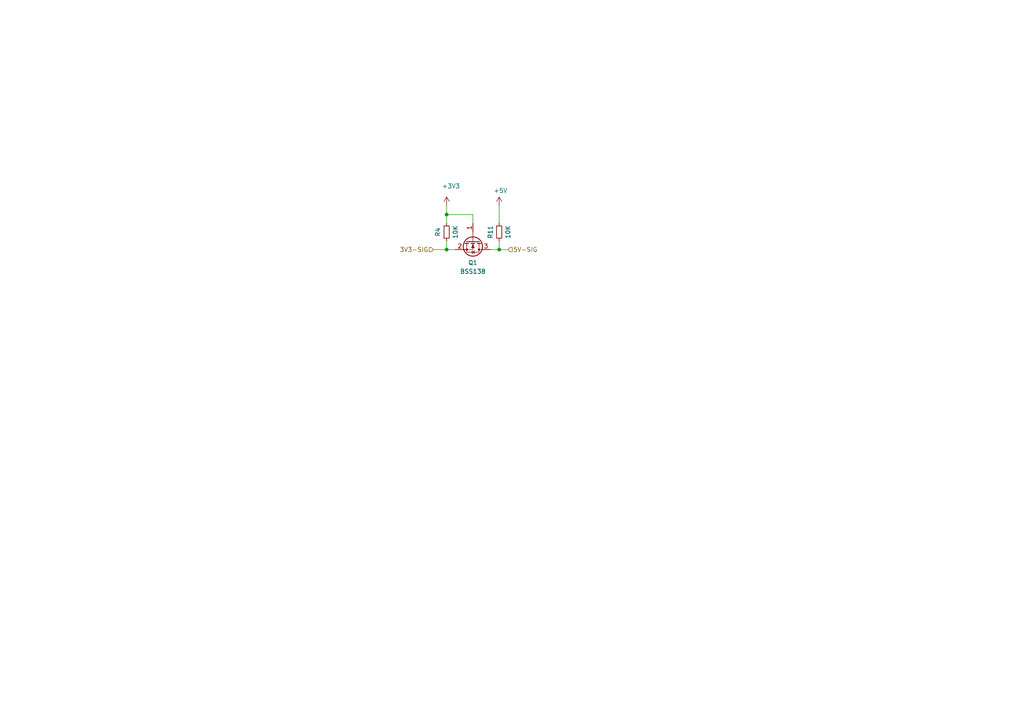
<source format=kicad_sch>
(kicad_sch (version 20230121) (generator eeschema)
  (paper "A4")
  (lib_symbols
    (symbol "Device:R_Small" (pin_numbers hide) (pin_names (offset 0.254) hide)
      (property "Reference" "R" (at 0.762 0.508 0))
      (property "Value" "R_Small" (at 0.762 -1.016 0))
      (symbol "R_Small_0_1"
        (rectangle (start -0.762 1.778) (end 0.762 -1.778) (stroke (width 0.2032)))
      )
      (symbol "R_Small_1_1"
        (pin passive line (at 0 2.54 270) (length 0.762) (name "~") (number "1"))
        (pin passive line (at 0 -2.54 90) (length 0.762) (name "~") (number "2"))
      )
    )
    (symbol "Transistor_FET:BSS138" (pin_names hide)
      (property "Reference" "Q" (at 5.08 1.905 0))
      (property "Value" "BSS138" (at 5.08 0 0))
      (symbol "BSS138_0_1"
        (polyline (pts (xy 0.254 0) (xy -2.54 0)))
        (polyline (pts (xy 0.254 1.905) (xy 0.254 -1.905)) (stroke (width 0.254)))
        (polyline (pts (xy 0.762 -1.27) (xy 0.762 -2.286)) (stroke (width 0.254)))
        (polyline (pts (xy 0.762 0.508) (xy 0.762 -0.508)) (stroke (width 0.254)))
        (polyline (pts (xy 0.762 2.286) (xy 0.762 1.27)) (stroke (width 0.254)))
        (polyline (pts (xy 2.54 2.54) (xy 2.54 1.778)))
        (polyline (pts (xy 2.54 -2.54) (xy 2.54 0) (xy 0.762 0)))
        (polyline (pts (xy 0.762 -1.778) (xy 3.302 -1.778) (xy 3.302 1.778) (xy 0.762 1.778)))
        (polyline (pts (xy 1.016 0) (xy 2.032 0.381) (xy 2.032 -0.381) (xy 1.016 0)) (fill (type outline)))
        (polyline (pts (xy 2.794 0.508) (xy 2.921 0.381) (xy 3.683 0.381) (xy 3.81 0.254)))
        (polyline (pts (xy 3.302 0.381) (xy 2.921 -0.254) (xy 3.683 -0.254) (xy 3.302 0.381)))
        (circle (center 1.651 0) (radius 2.794) (stroke (width 0.254)))
        (circle (center 2.54 -1.778) (radius 0.254) (fill (type outline)))
        (circle (center 2.54 1.778) (radius 0.254) (fill (type outline)))
      )
      (symbol "BSS138_1_1"
        (pin input line (at -5.08 0 0) (length 2.54) (name "G") (number "1"))
        (pin passive line (at 2.54 -5.08 90) (length 2.54) (name "S") (number "2"))
        (pin passive line (at 2.54 5.08 270) (length 2.54) (name "D") (number "3"))
      )
    )
    (symbol "power:+3.3V" (power) (pin_names (offset 0))
      (property "Value" "+3.3V" (at 0 3.556 0))
      (symbol "+3.3V_0_1"
        (polyline (pts (xy -0.762 1.27) (xy 0 2.54)))
        (polyline (pts (xy 0 0) (xy 0 2.54)))
        (polyline (pts (xy 0 2.54) (xy 0.762 1.27)))
      )
      (symbol "+3.3V_1_1"
        (pin power_in line (at 0 0 90) (length 0) hide (name "+3V3") (number "1"))
      )
    )
    (symbol "power:+5V" (power) (pin_names (offset 0))
      (property "Value" "+5V" (at 0 3.556 0))
      (symbol "+5V_0_1"
        (polyline (pts (xy -0.762 1.27) (xy 0 2.54)))
        (polyline (pts (xy 0 0) (xy 0 2.54)))
        (polyline (pts (xy 0 2.54) (xy 0.762 1.27)))
      )
      (symbol "+5V_1_1"
        (pin power_in line (at 0 0 90) (length 0) hide (name "+5V") (number "1"))
      )
    )
  )
  (junction (at 129.54 62.23))
  (junction (at 144.78 72.39))
  (junction (at 129.54 72.39))
  (wire (pts (xy 144.78 72.39) (xy 144.78 69.85)))
  (wire (pts (xy 129.54 59.69) (xy 129.54 62.23)))
  (wire (pts (xy 129.54 62.23) (xy 129.54 64.77)))
  (wire (pts (xy 144.78 72.39) (xy 147.32 72.39)))
  (wire (pts (xy 137.16 64.77) (xy 137.16 62.23)))
  (wire (pts (xy 137.16 62.23) (xy 129.54 62.23)))
  (wire (pts (xy 144.78 59.69) (xy 144.78 64.77)))
  (wire (pts (xy 129.54 72.39) (xy 129.54 69.85)))
  (wire (pts (xy 142.24 72.39) (xy 144.78 72.39)))
  (wire (pts (xy 132.08 72.39) (xy 129.54 72.39)))
  (wire (pts (xy 125.73 72.39) (xy 129.54 72.39)))
  (hierarchical_label "5V-SIG" (shape input) (at 147.32 72.39 0))
  (hierarchical_label "3V3-SIG" (shape input) (at 125.73 72.39 180))
  (symbol (lib_id "Device:R_Small") (at 129.54 67.31 180) (unit 1)
    (property "Reference" "R4" (at 127 67.31 90))
    (property "Value" "10K" (at 132.08 67.31 90))
    (property "Footprint" "Resistor_SMD:R_0603_1608Metric_Pad0.98x0.95mm_HandSolder" (effects hide))
    (property "LCSC" "C11702" (effects hide))
    (instances (project "Thinkpad-USB-keyboard-PCB" (path "" (reference "R4") (unit 1)) (path "" (reference "R20") (unit 1)) (path "" (reference "R22") (unit 1))))
  )
  (symbol (lib_id "power:+3.3V") (at 129.54 59.69 0) (unit 1)
    (property "Reference" "#PWR060" (effects hide))
    (property "Value" "+3.3V" (at 130.81 53.975 0))
    (instances (project "Thinkpad-USB-keyboard-PCB" (path "" (reference "#PWR060") (unit 1)) (path "" (reference "#PWR0112") (unit 1)) (path "" (reference "#PWR0114") (unit 1))))
  )
  (symbol (lib_id "power:+5V") (at 144.78 59.69 0) (unit 1)
    (property "Reference" "#PWR061" (effects hide))
    (property "Value" "+5V" (at 145.161 55.2958 0))
    (instances (project "Thinkpad-USB-keyboard-PCB" (path "" (reference "#PWR061") (unit 1)) (path "" (reference "#PWR0113") (unit 1)) (path "" (reference "#PWR0116") (unit 1))))
  )
  (symbol (lib_id "Device:R_Small") (at 144.78 67.31 180) (unit 1)
    (property "Reference" "R11" (at 142.24 67.31 90))
    (property "Value" "10K" (at 147.32 67.31 90))
    (property "Footprint" "Resistor_SMD:R_0603_1608Metric_Pad0.98x0.95mm_HandSolder" (effects hide))
    (property "LCSC" "C11702" (effects hide))
    (instances (project "Thinkpad-USB-keyboard-PCB" (path "" (reference "R11") (unit 1)) (path "" (reference "R21") (unit 1)) (path "" (reference "R23") (unit 1))))
  )
  (symbol (lib_id "Transistor_FET:BSS138") (at 137.16 69.85 270) (unit 1)
    (property "Reference" "Q1" (at 137.16 76.2 90))
    (property "Value" "BSS138" (at 137.16 78.74 90))
    (property "Footprint" "Package_TO_SOT_SMD:SOT-23" (effects hide))
    (property "Datasheet" "https://www.onsemi.com/pub/Collateral/BSS138-D.PDF" (effects hide))
    (instances (project "Thinkpad-USB-keyboard-PCB" (path "" (reference "Q1") (unit 1)) (path "" (reference "Q2") (unit 1)) (path "" (reference "Q3") (unit 1))))
  )
)
</source>
